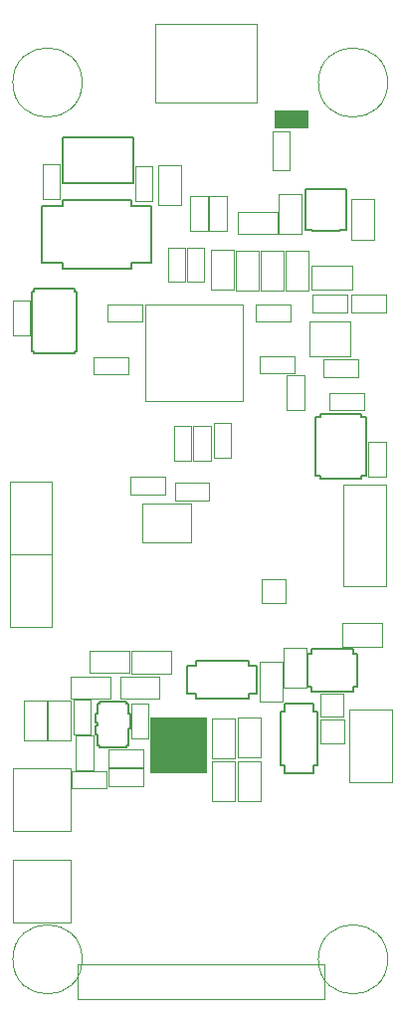
<source format=gbr>
%TF.GenerationSoftware,KiCad,Pcbnew,8.0.7*%
%TF.CreationDate,2025-01-08T02:29:51-05:00*%
%TF.ProjectId,active-drag-system-minimal,61637469-7665-42d6-9472-61672d737973,rev?*%
%TF.SameCoordinates,Original*%
%TF.FileFunction,Other,User*%
%FSLAX46Y46*%
G04 Gerber Fmt 4.6, Leading zero omitted, Abs format (unit mm)*
G04 Created by KiCad (PCBNEW 8.0.7) date 2025-01-08 02:29:51*
%MOMM*%
%LPD*%
G01*
G04 APERTURE LIST*
%ADD10C,0.050000*%
%ADD11C,0.152400*%
%ADD12C,0.100000*%
G04 APERTURE END LIST*
D10*
%TO.C,C29*%
X160820000Y-73950000D02*
X162780000Y-73950000D01*
X160820000Y-77350000D02*
X160820000Y-73950000D01*
X162780000Y-73950000D02*
X162780000Y-77350000D01*
X162780000Y-77350000D02*
X160820000Y-77350000D01*
D11*
%TO.C,U6*%
X133699900Y-81749200D02*
X133847400Y-81749200D01*
X133699900Y-86850800D02*
X133699900Y-81749200D01*
X133699900Y-86850800D02*
X133847400Y-86850800D01*
X133847400Y-81544100D02*
X137352600Y-81544100D01*
X133847400Y-81749200D02*
X133847400Y-81544100D01*
X133847400Y-87055900D02*
X133847400Y-86850800D01*
X137352600Y-81544100D02*
X137352600Y-81749200D01*
X137352600Y-86850800D02*
X137352600Y-87055900D01*
X137352600Y-87055900D02*
X133847400Y-87055900D01*
X137500100Y-81749200D02*
X137352600Y-81749200D01*
X137500100Y-81749200D02*
X137500100Y-86850800D01*
X137500100Y-86850800D02*
X137352600Y-86850800D01*
D10*
%TO.C,C32*%
X162320000Y-94570000D02*
X163780000Y-94570000D01*
X162320000Y-97530000D02*
X162320000Y-94570000D01*
X163780000Y-94570000D02*
X163780000Y-97530000D01*
X163780000Y-97530000D02*
X162320000Y-97530000D01*
%TO.C,R8*%
X145770000Y-93245000D02*
X147230000Y-93245000D01*
X145770000Y-96205000D02*
X145770000Y-93245000D01*
X147230000Y-93245000D02*
X147230000Y-96205000D01*
X147230000Y-96205000D02*
X145770000Y-96205000D01*
D11*
%TO.C,U2*%
X134539100Y-74474300D02*
X136279000Y-74474300D01*
X134539100Y-79325700D02*
X134539100Y-74474300D01*
X134539100Y-79325700D02*
X136279000Y-79325700D01*
X136279000Y-73979000D02*
X142121000Y-73979000D01*
X136279000Y-74474300D02*
X136279000Y-73979000D01*
X136279000Y-79821000D02*
X136279000Y-79325700D01*
X142121000Y-73979000D02*
X142121000Y-74474300D01*
X142121000Y-79325700D02*
X142121000Y-79821000D01*
X142121000Y-79821000D02*
X136279000Y-79821000D01*
X143860900Y-74474300D02*
X142121000Y-74474300D01*
X143860900Y-74474300D02*
X143860900Y-79325700D01*
X143860900Y-79325700D02*
X142121000Y-79325700D01*
%TO.C,CR2*%
X146890900Y-113593500D02*
X147602100Y-113593500D01*
X146890900Y-116006500D02*
X146890900Y-113593500D01*
X147602100Y-113199800D02*
X152097900Y-113199800D01*
X147602100Y-113593500D02*
X147602100Y-113199800D01*
X147602100Y-116006500D02*
X146890900Y-116006500D01*
X147602100Y-116400200D02*
X147602100Y-116006500D01*
X152097900Y-113199800D02*
X152097900Y-113593500D01*
X152097900Y-113593500D02*
X152809100Y-113593500D01*
X152097900Y-116006500D02*
X152097900Y-116400200D01*
X152097900Y-116400200D02*
X147602100Y-116400200D01*
X152809100Y-113593500D02*
X152809100Y-116006500D01*
X152809100Y-116006500D02*
X152097900Y-116006500D01*
%TO.C,U7*%
X157766199Y-92427502D02*
X158196000Y-92427502D01*
X157766199Y-97435502D02*
X157766199Y-92427502D01*
X158196000Y-92177502D02*
X159446000Y-92177502D01*
X158196000Y-92427502D02*
X158196000Y-92177502D01*
X158196000Y-97435502D02*
X157766199Y-97435502D01*
X158196000Y-97685502D02*
X158196000Y-97435502D01*
X159446000Y-92177502D02*
X159446000Y-92177502D01*
X159446000Y-92177502D02*
X160454000Y-92177502D01*
X159446000Y-97685502D02*
X158196000Y-97685502D01*
X159446000Y-97685502D02*
X159446000Y-97685502D01*
X160454000Y-92177502D02*
X160454000Y-92177502D01*
X160454000Y-92177502D02*
X161704000Y-92177502D01*
X160454000Y-97685502D02*
X159446000Y-97685502D01*
X160454000Y-97685502D02*
X160454000Y-97685502D01*
X161704000Y-92177502D02*
X161704000Y-92427502D01*
X161704000Y-92427502D02*
X162133801Y-92427502D01*
X161704000Y-97435502D02*
X161704000Y-97685502D01*
X161704000Y-97685502D02*
X160454000Y-97685502D01*
X162133801Y-92427502D02*
X162133801Y-97435502D01*
X162133801Y-97435502D02*
X161704000Y-97435502D01*
D10*
%TO.C,C13*%
X144420000Y-71000000D02*
X146380000Y-71000000D01*
X144420000Y-74400000D02*
X144420000Y-71000000D01*
X146380000Y-71000000D02*
X146380000Y-74400000D01*
X146380000Y-74400000D02*
X144420000Y-74400000D01*
%TO.C,R12*%
X138574101Y-112350126D02*
X141934101Y-112350126D01*
X138574101Y-114250126D02*
X138574101Y-112350126D01*
X141934101Y-112350126D02*
X141934101Y-114250126D01*
X141934101Y-114250126D02*
X138574101Y-114250126D01*
%TO.C,C19*%
X137224101Y-116520126D02*
X138684101Y-116520126D01*
X137224101Y-119480126D02*
X137224101Y-116520126D01*
X138684101Y-116520126D02*
X138684101Y-119480126D01*
X138684101Y-119480126D02*
X137224101Y-119480126D01*
%TO.C,R9*%
X134570000Y-70920000D02*
X136030000Y-70920000D01*
X134570000Y-73880000D02*
X134570000Y-70920000D01*
X136030000Y-70920000D02*
X136030000Y-73880000D01*
X136030000Y-73880000D02*
X134570000Y-73880000D01*
%TO.C,R11*%
X140174101Y-122370126D02*
X143134101Y-122370126D01*
X140174101Y-123830126D02*
X140174101Y-122370126D01*
X143134101Y-122370126D02*
X143134101Y-123830126D01*
X143134101Y-123830126D02*
X140174101Y-123830126D01*
%TO.C,C31*%
X160845000Y-82070000D02*
X163805000Y-82070000D01*
X160845000Y-83530000D02*
X160845000Y-82070000D01*
X163805000Y-82070000D02*
X163805000Y-83530000D01*
X163805000Y-83530000D02*
X160845000Y-83530000D01*
%TO.C,TP6*%
X158197800Y-115950000D02*
X158197800Y-117950000D01*
X158197800Y-115950000D02*
X160197800Y-115950000D01*
X160197800Y-117950000D02*
X158197800Y-117950000D01*
X160197800Y-117950000D02*
X160197800Y-115950000D01*
%TO.C,C22*%
X151195887Y-121750000D02*
X153155887Y-121750000D01*
X151195887Y-125150000D02*
X151195887Y-121750000D01*
X153155887Y-121750000D02*
X153155887Y-125150000D01*
X153155887Y-125150000D02*
X151195887Y-125150000D01*
%TO.C,C20*%
X148995887Y-118100000D02*
X150955887Y-118100000D01*
X148995887Y-121500000D02*
X148995887Y-118100000D01*
X150955887Y-118100000D02*
X150955887Y-121500000D01*
X150955887Y-121500000D02*
X148995887Y-121500000D01*
%TO.C,J5*%
X131800000Y-97975000D02*
X131800000Y-104125000D01*
X131800000Y-104125000D02*
X135400000Y-104125000D01*
X135400000Y-97975000D02*
X131800000Y-97975000D01*
X135400000Y-104125000D02*
X135400000Y-97975000D01*
%TO.C,R6*%
X158495000Y-87570000D02*
X161455000Y-87570000D01*
X158495000Y-89030000D02*
X158495000Y-87570000D01*
X161455000Y-87570000D02*
X161455000Y-89030000D01*
X161455000Y-89030000D02*
X158495000Y-89030000D01*
%TO.C,R3*%
X147170000Y-73620000D02*
X148630000Y-73620000D01*
X147170000Y-76580000D02*
X147170000Y-73620000D01*
X148630000Y-73620000D02*
X148630000Y-76580000D01*
X148630000Y-76580000D02*
X147170000Y-76580000D01*
%TO.C,C10*%
X142070000Y-97570000D02*
X145030000Y-97570000D01*
X142070000Y-99030000D02*
X142070000Y-97570000D01*
X145030000Y-97570000D02*
X145030000Y-99030000D01*
X145030000Y-99030000D02*
X142070000Y-99030000D01*
%TO.C,H3*%
X163950000Y-138600000D02*
G75*
G02*
X158050000Y-138600000I-2950000J0D01*
G01*
X158050000Y-138600000D02*
G75*
G02*
X163950000Y-138600000I2950000J0D01*
G01*
%TO.C,C16*%
X142124101Y-116820126D02*
X143584101Y-116820126D01*
X142124101Y-119780126D02*
X142124101Y-116820126D01*
X143584101Y-116820126D02*
X143584101Y-119780126D01*
X143584101Y-119780126D02*
X142124101Y-119780126D01*
%TO.C,J2*%
X132050000Y-122300000D02*
X132050000Y-127700000D01*
X132050000Y-127700000D02*
X136950000Y-127700000D01*
X132050000Y-130100000D02*
X132050000Y-135500000D01*
X132050000Y-135500000D02*
X136950000Y-135500000D01*
X136950000Y-122300000D02*
X132050000Y-122300000D01*
X136950000Y-127700000D02*
X136950000Y-122300000D01*
X136950000Y-130100000D02*
X132050000Y-130100000D01*
X136950000Y-135500000D02*
X136950000Y-130100000D01*
%TO.C,R13*%
X141174101Y-114550126D02*
X144534101Y-114550126D01*
X141174101Y-116450126D02*
X141174101Y-114550126D01*
X144534101Y-114550126D02*
X144534101Y-116450126D01*
X144534101Y-116450126D02*
X141174101Y-116450126D01*
%TO.C,C30*%
X154670000Y-73500000D02*
X156630000Y-73500000D01*
X154670000Y-76900000D02*
X154670000Y-73500000D01*
X156630000Y-73500000D02*
X156630000Y-76900000D01*
X156630000Y-76900000D02*
X154670000Y-76900000D01*
%TO.C,J6*%
X131800000Y-104175000D02*
X131800000Y-110325000D01*
X131800000Y-110325000D02*
X135400000Y-110325000D01*
X135400000Y-104175000D02*
X131800000Y-104175000D01*
X135400000Y-110325000D02*
X135400000Y-104175000D01*
%TO.C,C33*%
X157520000Y-82070000D02*
X160480000Y-82070000D01*
X157520000Y-83530000D02*
X157520000Y-82070000D01*
X160480000Y-82070000D02*
X160480000Y-83530000D01*
X160480000Y-83530000D02*
X157520000Y-83530000D01*
%TO.C,C26*%
X155069400Y-112100000D02*
X157029400Y-112100000D01*
X155069400Y-115500000D02*
X155069400Y-112100000D01*
X157029400Y-112100000D02*
X157029400Y-115500000D01*
X157029400Y-115500000D02*
X155069400Y-115500000D01*
%TO.C,C5*%
X155220000Y-78300000D02*
X157180000Y-78300000D01*
X155220000Y-81700000D02*
X155220000Y-78300000D01*
X157180000Y-78300000D02*
X157180000Y-81700000D01*
X157180000Y-81700000D02*
X155220000Y-81700000D01*
%TO.C,C9*%
X153020000Y-87270000D02*
X155980000Y-87270000D01*
X153020000Y-88730000D02*
X153020000Y-87270000D01*
X155980000Y-87270000D02*
X155980000Y-88730000D01*
X155980000Y-88730000D02*
X153020000Y-88730000D01*
%TO.C,TP4*%
X158247800Y-118200000D02*
X158247800Y-120200000D01*
X158247800Y-118200000D02*
X160247800Y-118200000D01*
X160247800Y-120200000D02*
X158247800Y-120200000D01*
X160247800Y-120200000D02*
X160247800Y-118200000D01*
%TO.C,C24*%
X140174101Y-120770126D02*
X143134101Y-120770126D01*
X140174101Y-122230126D02*
X140174101Y-120770126D01*
X143134101Y-120770126D02*
X143134101Y-122230126D01*
X143134101Y-122230126D02*
X140174101Y-122230126D01*
%TO.C,C8*%
X138945000Y-87370000D02*
X141905000Y-87370000D01*
X138945000Y-88830000D02*
X138945000Y-87370000D01*
X141905000Y-87370000D02*
X141905000Y-88830000D01*
X141905000Y-88830000D02*
X138945000Y-88830000D01*
D11*
%TO.C,U4*%
X157141800Y-112592800D02*
X157446600Y-112592800D01*
X157141800Y-115407200D02*
X157141800Y-112592800D01*
X157141800Y-115407200D02*
X157446600Y-115407200D01*
X157446600Y-112196600D02*
X161053400Y-112196600D01*
X157446600Y-112592800D02*
X157446600Y-112196600D01*
X157446600Y-115803400D02*
X157446600Y-115407200D01*
X161053400Y-112196600D02*
X161053400Y-112592800D01*
X161053400Y-115407200D02*
X161053400Y-115803400D01*
X161053400Y-115803400D02*
X157446600Y-115803400D01*
X161358200Y-112592800D02*
X161053400Y-112592800D01*
X161358200Y-112592800D02*
X161358200Y-115407200D01*
X161358200Y-115407200D02*
X161053400Y-115407200D01*
D12*
%TO.C,D1*%
X157100000Y-67800000D02*
X154300000Y-67800000D01*
X154300000Y-66400000D01*
X157100000Y-66400000D01*
X157100000Y-67800000D01*
G36*
X157100000Y-67800000D02*
G01*
X154300000Y-67800000D01*
X154300000Y-66400000D01*
X157100000Y-66400000D01*
X157100000Y-67800000D01*
G37*
D10*
%TO.C,R5*%
X155370000Y-88920000D02*
X156830000Y-88920000D01*
X155370000Y-91880000D02*
X155370000Y-88920000D01*
X156830000Y-88920000D02*
X156830000Y-91880000D01*
X156830000Y-91880000D02*
X155370000Y-91880000D01*
%TO.C,U8*%
X157250000Y-84290000D02*
X160750000Y-84290000D01*
X157250000Y-87290000D02*
X157250000Y-84290000D01*
X160750000Y-84290000D02*
X160750000Y-87290000D01*
X160750000Y-87290000D02*
X157250000Y-87290000D01*
%TO.C,C15*%
X149170000Y-92970000D02*
X150630000Y-92970000D01*
X149170000Y-95930000D02*
X149170000Y-92970000D01*
X150630000Y-92970000D02*
X150630000Y-95930000D01*
X150630000Y-95930000D02*
X149170000Y-95930000D01*
%TO.C,R14*%
X137074101Y-122570126D02*
X140034101Y-122570126D01*
X137074101Y-124030126D02*
X137074101Y-122570126D01*
X140034101Y-122570126D02*
X140034101Y-124030126D01*
X140034101Y-124030126D02*
X137074101Y-124030126D01*
%TO.C,C3*%
X148920000Y-78250000D02*
X150880000Y-78250000D01*
X148920000Y-81650000D02*
X148920000Y-78250000D01*
X150880000Y-78250000D02*
X150880000Y-81650000D01*
X150880000Y-81650000D02*
X148920000Y-81650000D01*
%TO.C,C2*%
X145270000Y-78020000D02*
X146730000Y-78020000D01*
X145270000Y-80980000D02*
X145270000Y-78020000D01*
X146730000Y-78020000D02*
X146730000Y-80980000D01*
X146730000Y-80980000D02*
X145270000Y-80980000D01*
%TO.C,C21*%
X148995887Y-121750000D02*
X150955887Y-121750000D01*
X148995887Y-125150000D02*
X148995887Y-121750000D01*
X150955887Y-121750000D02*
X150955887Y-125150000D01*
X150955887Y-125150000D02*
X148995887Y-125150000D01*
%TO.C,C18*%
X133020000Y-116550000D02*
X134980000Y-116550000D01*
X133020000Y-119950000D02*
X133020000Y-116550000D01*
X134980000Y-116550000D02*
X134980000Y-119950000D01*
X134980000Y-119950000D02*
X133020000Y-119950000D01*
%TO.C,H4*%
X137950000Y-138600000D02*
G75*
G02*
X132050000Y-138600000I-2950000J0D01*
G01*
X132050000Y-138600000D02*
G75*
G02*
X137950000Y-138600000I2950000J0D01*
G01*
%TO.C,X1*%
X143100000Y-99850000D02*
X147200000Y-99850000D01*
X143100000Y-103150000D02*
X143100000Y-99850000D01*
X143100000Y-103150000D02*
X147200000Y-103150000D01*
X147200000Y-99850000D02*
X147200000Y-103150000D01*
%TO.C,C6*%
X140120000Y-82870000D02*
X143080000Y-82870000D01*
X140120000Y-84330000D02*
X140120000Y-82870000D01*
X143080000Y-82870000D02*
X143080000Y-84330000D01*
X143080000Y-84330000D02*
X140120000Y-84330000D01*
%TO.C,J4*%
X137550000Y-139000000D02*
X158550000Y-139000000D01*
X137550000Y-142000000D02*
X137550000Y-139000000D01*
X158550000Y-139000000D02*
X158550000Y-142000000D01*
X158550000Y-142000000D02*
X137550000Y-142000000D01*
%TO.C,C35*%
X159020000Y-90420000D02*
X161980000Y-90420000D01*
X159020000Y-91880000D02*
X159020000Y-90420000D01*
X161980000Y-90420000D02*
X161980000Y-91880000D01*
X161980000Y-91880000D02*
X159020000Y-91880000D01*
D11*
%TO.C,U3*%
X139095300Y-117719000D02*
X139095300Y-118481000D01*
X139095300Y-118481000D02*
X139246001Y-118481000D01*
X139095300Y-118719252D02*
X139095300Y-119481252D01*
X139095300Y-119481252D02*
X139246001Y-119481252D01*
X139246001Y-116796127D02*
X139246001Y-117719000D01*
X139246001Y-117719000D02*
X139095300Y-117719000D01*
X139246001Y-118481000D02*
X139246001Y-118719252D01*
X139246001Y-118719252D02*
X139095300Y-118719252D01*
X139246001Y-119481252D02*
X139246001Y-120404125D01*
X139246001Y-120404125D02*
X139422912Y-120404125D01*
X139422912Y-116641326D02*
X139422912Y-116796127D01*
X139422912Y-116796127D02*
X139246001Y-116796127D01*
X139422912Y-120404125D02*
X139422912Y-120558926D01*
X139422912Y-120558926D02*
X141685290Y-120558926D01*
X141685290Y-116641326D02*
X139422912Y-116641326D01*
X141685290Y-116796127D02*
X141685290Y-116641326D01*
X141685290Y-120404125D02*
X141862201Y-120404125D01*
X141685290Y-120558926D02*
X141685290Y-120404125D01*
X141862201Y-116796127D02*
X141685290Y-116796127D01*
X141862201Y-117719000D02*
X141862201Y-116796127D01*
X141862201Y-118981126D02*
X142012902Y-118981126D01*
X141862201Y-120404125D02*
X141862201Y-118981126D01*
X142012902Y-117719000D02*
X141862201Y-117719000D01*
X142012902Y-118981126D02*
X142012902Y-117719000D01*
D10*
%TO.C,C4*%
X151020000Y-78300000D02*
X152980000Y-78300000D01*
X151020000Y-81700000D02*
X151020000Y-78300000D01*
X152980000Y-78300000D02*
X152980000Y-81700000D01*
X152980000Y-81700000D02*
X151020000Y-81700000D01*
D11*
%TO.C,SW1*%
X136300699Y-68644200D02*
X136300699Y-72555800D01*
X136300699Y-72555800D02*
X142299301Y-72555800D01*
X142299301Y-68644200D02*
X136300699Y-68644200D01*
X142299301Y-72555800D02*
X142299301Y-68644200D01*
D10*
%TO.C,U1*%
X143332500Y-82870000D02*
X143332500Y-91130000D01*
X143332500Y-91130000D02*
X151592500Y-91130000D01*
X151592500Y-82870000D02*
X143332500Y-82870000D01*
X151592500Y-91130000D02*
X151592500Y-82870000D01*
%TO.C,C23*%
X151195887Y-118050000D02*
X153155887Y-118050000D01*
X151195887Y-121450000D02*
X151195887Y-118050000D01*
X153155887Y-118050000D02*
X153155887Y-121450000D01*
X153155887Y-121450000D02*
X151195887Y-121450000D01*
D12*
%TO.C,L1*%
X148447800Y-122700000D02*
X143747800Y-122700000D01*
X143747800Y-118000000D01*
X148447800Y-118000000D01*
X148447800Y-122700000D01*
G36*
X148447800Y-122700000D02*
G01*
X143747800Y-122700000D01*
X143747800Y-118000000D01*
X148447800Y-118000000D01*
X148447800Y-122700000D01*
G37*
D10*
%TO.C,C1*%
X146870000Y-78020000D02*
X148330000Y-78020000D01*
X146870000Y-80980000D02*
X146870000Y-78020000D01*
X148330000Y-78020000D02*
X148330000Y-80980000D01*
X148330000Y-80980000D02*
X146870000Y-80980000D01*
%TO.C,C17*%
X135020000Y-116550000D02*
X136980000Y-116550000D01*
X135020000Y-119950000D02*
X135020000Y-116550000D01*
X136980000Y-116550000D02*
X136980000Y-119950000D01*
X136980000Y-119950000D02*
X135020000Y-119950000D01*
%TO.C,J1*%
X160700000Y-117360000D02*
X160700000Y-123510000D01*
X160700000Y-123510000D02*
X164300000Y-123510000D01*
X164300000Y-117360000D02*
X160700000Y-117360000D01*
X164300000Y-123510000D02*
X164300000Y-117360000D01*
%TO.C,J8*%
X160200000Y-98230000D02*
X160200000Y-106880000D01*
X160200000Y-106880000D02*
X163800000Y-106880000D01*
X163800000Y-98230000D02*
X160200000Y-98230000D01*
X163800000Y-106880000D02*
X163800000Y-98230000D01*
%TO.C,TP5*%
X153250000Y-106250000D02*
X153250000Y-108250000D01*
X153250000Y-106250000D02*
X155250000Y-106250000D01*
X155250000Y-108250000D02*
X153250000Y-108250000D01*
X155250000Y-108250000D02*
X155250000Y-106250000D01*
%TO.C,R16*%
X153099400Y-113320000D02*
X154999400Y-113320000D01*
X153099400Y-116680000D02*
X153099400Y-113320000D01*
X154999400Y-113320000D02*
X154999400Y-116680000D01*
X154999400Y-116680000D02*
X153099400Y-116680000D01*
%TO.C,J3*%
X144130000Y-59034000D02*
X144130000Y-65700000D01*
X144130000Y-65700000D02*
X152770000Y-65700000D01*
X152770000Y-59034000D02*
X144130000Y-59034000D01*
X152770000Y-65700000D02*
X152770000Y-59034000D01*
%TO.C,C28*%
X132070000Y-82520000D02*
X133530000Y-82520000D01*
X132070000Y-85480000D02*
X132070000Y-82520000D01*
X133530000Y-82520000D02*
X133530000Y-85480000D01*
X133530000Y-85480000D02*
X132070000Y-85480000D01*
%TO.C,R7*%
X153150000Y-78320000D02*
X155050000Y-78320000D01*
X153150000Y-81680000D02*
X153150000Y-78320000D01*
X155050000Y-78320000D02*
X155050000Y-81680000D01*
X155050000Y-81680000D02*
X153150000Y-81680000D01*
%TO.C,C34*%
X157500000Y-79620000D02*
X160900000Y-79620000D01*
X157500000Y-81580000D02*
X157500000Y-79620000D01*
X160900000Y-79620000D02*
X160900000Y-81580000D01*
X160900000Y-81580000D02*
X157500000Y-81580000D01*
%TO.C,H1*%
X137950000Y-64000000D02*
G75*
G02*
X132050000Y-64000000I-2950000J0D01*
G01*
X132050000Y-64000000D02*
G75*
G02*
X137950000Y-64000000I2950000J0D01*
G01*
%TO.C,C11*%
X145820000Y-98070000D02*
X148780000Y-98070000D01*
X145820000Y-99530000D02*
X145820000Y-98070000D01*
X148780000Y-98070000D02*
X148780000Y-99530000D01*
X148780000Y-99530000D02*
X145820000Y-99530000D01*
%TO.C,R2*%
X151220000Y-75000000D02*
X154580000Y-75000000D01*
X151220000Y-76900000D02*
X151220000Y-75000000D01*
X154580000Y-75000000D02*
X154580000Y-76900000D01*
X154580000Y-76900000D02*
X151220000Y-76900000D01*
%TO.C,R1*%
X154170000Y-68150000D02*
X155630000Y-68150000D01*
X154170000Y-71450000D02*
X154170000Y-68150000D01*
X155630000Y-68150000D02*
X155630000Y-71450000D01*
X155630000Y-71450000D02*
X154170000Y-71450000D01*
%TO.C,R4*%
X148770000Y-73620000D02*
X150230000Y-73620000D01*
X148770000Y-76580000D02*
X148770000Y-73620000D01*
X150230000Y-73620000D02*
X150230000Y-76580000D01*
X150230000Y-76580000D02*
X148770000Y-76580000D01*
D11*
%TO.C,CR1*%
X154797600Y-117552100D02*
X155191300Y-117552100D01*
X154797600Y-122047900D02*
X154797600Y-117552100D01*
X155191300Y-116840900D02*
X157604300Y-116840900D01*
X155191300Y-117552100D02*
X155191300Y-116840900D01*
X155191300Y-122047900D02*
X154797600Y-122047900D01*
X155191300Y-122759100D02*
X155191300Y-122047900D01*
X157604300Y-116840900D02*
X157604300Y-117552100D01*
X157604300Y-117552100D02*
X157998000Y-117552100D01*
X157604300Y-122047900D02*
X157604300Y-122759100D01*
X157604300Y-122759100D02*
X155191300Y-122759100D01*
X157998000Y-117552100D02*
X157998000Y-122047900D01*
X157998000Y-122047900D02*
X157604300Y-122047900D01*
D10*
%TO.C,C14*%
X147420000Y-93220000D02*
X148880000Y-93220000D01*
X147420000Y-96180000D02*
X147420000Y-93220000D01*
X148880000Y-93220000D02*
X148880000Y-96180000D01*
X148880000Y-96180000D02*
X147420000Y-96180000D01*
%TO.C,H2*%
X163950000Y-64000000D02*
G75*
G02*
X158050000Y-64000000I-2950000J0D01*
G01*
X158050000Y-64000000D02*
G75*
G02*
X163950000Y-64000000I2950000J0D01*
G01*
%TO.C,C25*%
X142154101Y-112320126D02*
X145554101Y-112320126D01*
X142154101Y-114280126D02*
X142154101Y-112320126D01*
X145554101Y-112320126D02*
X145554101Y-114280126D01*
X145554101Y-114280126D02*
X142154101Y-114280126D01*
%TO.C,R15*%
X137424101Y-119520126D02*
X138884101Y-119520126D01*
X137424101Y-122480126D02*
X137424101Y-119520126D01*
X138884101Y-119520126D02*
X138884101Y-122480126D01*
X138884101Y-122480126D02*
X137424101Y-122480126D01*
D11*
%TO.C,U5*%
X156942400Y-73668601D02*
X156947400Y-73668601D01*
X156942400Y-75981401D02*
X156942400Y-73668601D01*
X156947400Y-73072401D02*
X157543600Y-73072401D01*
X156947400Y-73668601D02*
X156947400Y-73072401D01*
X156947400Y-75981401D02*
X156942400Y-75981401D01*
X156947400Y-76577601D02*
X156947400Y-75981401D01*
X157543600Y-73067401D02*
X159856400Y-73067401D01*
X157543600Y-73072401D02*
X157543600Y-73067401D01*
X157543600Y-76577601D02*
X156947400Y-76577601D01*
X157543600Y-76582601D02*
X157543600Y-76577601D01*
X159856400Y-73067401D02*
X159856400Y-73072401D01*
X159856400Y-73072401D02*
X160452600Y-73072401D01*
X159856400Y-76577601D02*
X159856400Y-76582601D01*
X159856400Y-76582601D02*
X157543600Y-76582601D01*
X160452600Y-73072401D02*
X160452600Y-73668601D01*
X160452600Y-73668601D02*
X160457600Y-73668601D01*
X160452600Y-75981401D02*
X160452600Y-76577601D01*
X160452600Y-76577601D02*
X159856400Y-76577601D01*
X160457600Y-73668601D02*
X160457600Y-75981401D01*
X160457600Y-75981401D02*
X160452600Y-75981401D01*
D10*
%TO.C,C27*%
X160047800Y-110020000D02*
X163447800Y-110020000D01*
X160047800Y-111980000D02*
X160047800Y-110020000D01*
X163447800Y-110020000D02*
X163447800Y-111980000D01*
X163447800Y-111980000D02*
X160047800Y-111980000D01*
%TO.C,C12*%
X142470000Y-71145000D02*
X143930000Y-71145000D01*
X142470000Y-74105000D02*
X142470000Y-71145000D01*
X143930000Y-71145000D02*
X143930000Y-74105000D01*
X143930000Y-74105000D02*
X142470000Y-74105000D01*
%TO.C,C7*%
X152720000Y-82870000D02*
X155680000Y-82870000D01*
X152720000Y-84330000D02*
X152720000Y-82870000D01*
X155680000Y-82870000D02*
X155680000Y-84330000D01*
X155680000Y-84330000D02*
X152720000Y-84330000D01*
%TO.C,R10*%
X136986601Y-114550126D02*
X140346601Y-114550126D01*
X136986601Y-116450126D02*
X136986601Y-114550126D01*
X140346601Y-114550126D02*
X140346601Y-116450126D01*
X140346601Y-116450126D02*
X136986601Y-116450126D01*
%TD*%
M02*

</source>
